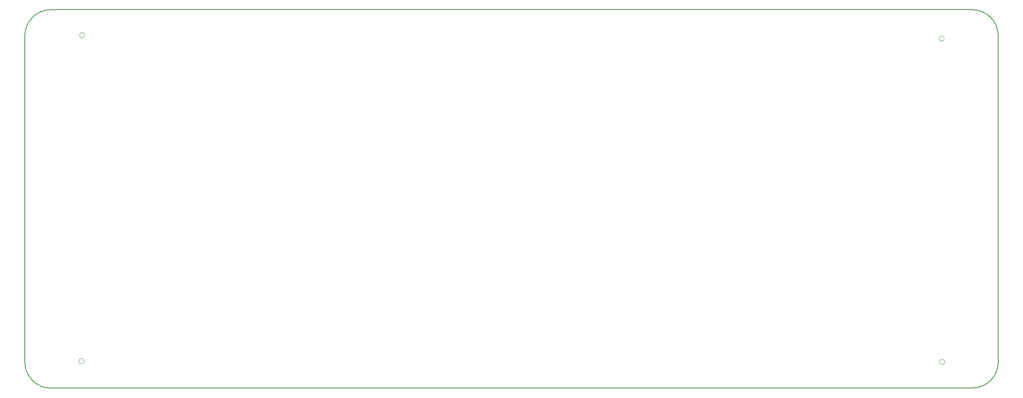
<source format=gbr>
%TF.GenerationSoftware,KiCad,Pcbnew,(6.0.10)*%
%TF.CreationDate,2023-04-18T09:59:35+03:00*%
%TF.ProjectId,Console,436f6e73-6f6c-4652-9e6b-696361645f70,rev?*%
%TF.SameCoordinates,Original*%
%TF.FileFunction,Profile,NP*%
%FSLAX46Y46*%
G04 Gerber Fmt 4.6, Leading zero omitted, Abs format (unit mm)*
G04 Created by KiCad (PCBNEW (6.0.10)) date 2023-04-18 09:59:35*
%MOMM*%
%LPD*%
G01*
G04 APERTURE LIST*
%TA.AperFunction,Profile*%
%ADD10C,0.200000*%
%TD*%
%TA.AperFunction,Profile*%
%ADD11C,0.100000*%
%TD*%
G04 APERTURE END LIST*
D10*
X47000000Y-134500000D02*
G75*
G03*
X52500000Y-140000000I5500000J0D01*
G01*
X247500000Y-140000000D02*
G75*
G03*
X253000000Y-134500000I0J5500000D01*
G01*
X253000000Y-65500000D02*
G75*
G03*
X247500000Y-60000000I-5500000J0D01*
G01*
D11*
X59576000Y-134300000D02*
G75*
G03*
X59576000Y-134300000I-576000J0D01*
G01*
D10*
X52500000Y-60000000D02*
G75*
G03*
X47000000Y-65500000I0J-5500000D01*
G01*
X247500000Y-140000000D02*
X52500000Y-140000000D01*
D11*
X59700000Y-65400000D02*
G75*
G03*
X59700000Y-65400000I-576000J0D01*
G01*
D10*
X52500000Y-60000000D02*
X247500000Y-60000000D01*
X47000000Y-65500000D02*
X47000000Y-134500000D01*
X253000000Y-65500000D02*
X253000000Y-134500000D01*
D11*
X241600000Y-66100000D02*
G75*
G03*
X241600000Y-66100000I-576000J0D01*
G01*
X241676000Y-134500000D02*
G75*
G03*
X241676000Y-134500000I-576000J0D01*
G01*
M02*

</source>
